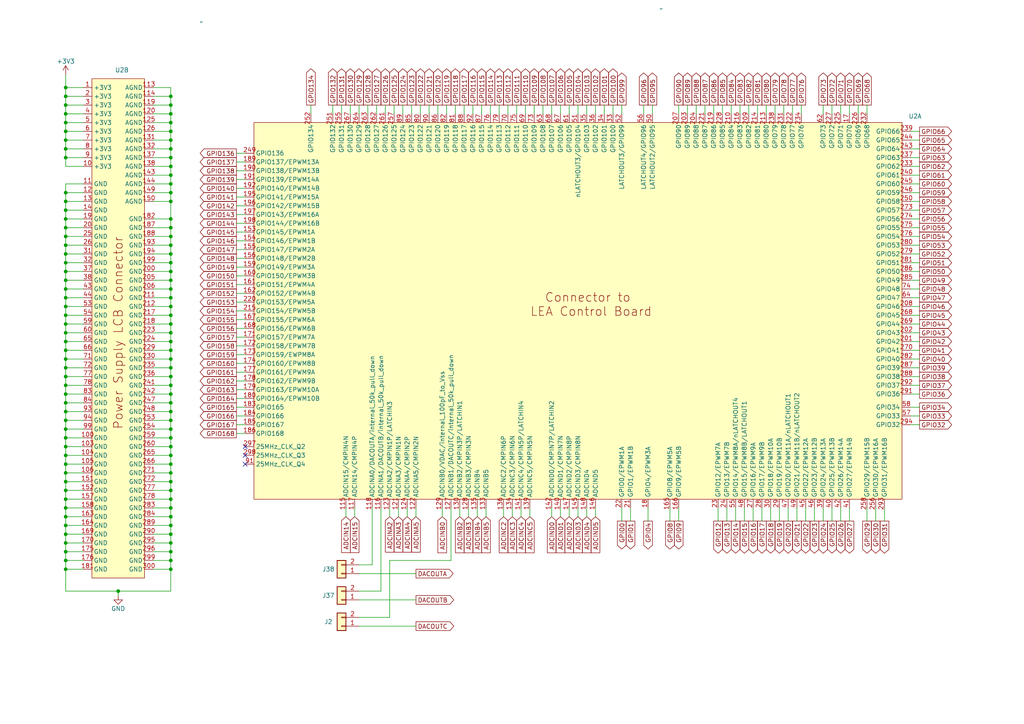
<source format=kicad_sch>
(kicad_sch (version 20230121) (generator eeschema)
  (paper "A4")
  (title_block (title "LCB-CTB-01: Test Board") (date "2024-02-28") (rev "1.0.0") (company "PADERBORN UNIVERSITY DEPARTMENT OF POWER ELECTRONICS AND ELECTRICAL DRIVES"))
  (junction (at 19.05 33.02))
  (junction (at 19.05 139.7))
  (junction (at 49.53 68.58))
  (junction (at 49.53 121.92))
  (junction (at 19.05 99.06))
  (junction (at 49.53 165.1))
  (junction (at 19.05 25.4))
  (junction (at 49.53 99.06))
  (junction (at 19.05 157.48))
  (junction (at 19.05 35.56))
  (junction (at 49.53 40.64))
  (junction (at 19.05 106.68))
  (junction (at 19.05 86.36))
  (junction (at 49.53 76.2))
  (junction (at 19.05 71.12))
  (junction (at 19.05 104.14))
  (junction (at 19.05 137.16))
  (junction (at 49.53 45.72))
  (junction (at 49.53 35.56))
  (junction (at 19.05 43.18))
  (junction (at 49.53 81.28))
  (junction (at 49.53 134.62))
  (junction (at 49.53 78.74))
  (junction (at 34.29 171.45))
  (junction (at 19.05 121.92))
  (junction (at 19.05 45.72))
  (junction (at 19.05 132.08))
  (junction (at 49.53 144.78))
  (junction (at 19.05 165.1))
  (junction (at 49.53 86.36))
  (junction (at 19.05 76.2))
  (junction (at 19.05 160.02))
  (junction (at 49.53 48.26))
  (junction (at 19.05 152.4))
  (junction (at 49.53 91.44))
  (junction (at 19.05 124.46))
  (junction (at 49.53 63.5))
  (junction (at 49.53 33.02))
  (junction (at 49.53 149.86))
  (junction (at 49.53 157.48))
  (junction (at 49.53 27.94))
  (junction (at 19.05 96.52))
  (junction (at 19.05 60.96))
  (junction (at 49.53 119.38))
  (junction (at 49.53 53.34))
  (junction (at 19.05 55.88))
  (junction (at 49.53 93.98))
  (junction (at 49.53 101.6))
  (junction (at 19.05 93.98))
  (junction (at 19.05 78.74))
  (junction (at 49.53 88.9))
  (junction (at 19.05 147.32))
  (junction (at 49.53 142.24))
  (junction (at 49.53 124.46))
  (junction (at 19.05 30.48))
  (junction (at 19.05 83.82))
  (junction (at 19.05 119.38))
  (junction (at 19.05 142.24))
  (junction (at 19.05 111.76))
  (junction (at 49.53 58.42))
  (junction (at 49.53 43.18))
  (junction (at 49.53 109.22))
  (junction (at 49.53 132.08))
  (junction (at 19.05 162.56))
  (junction (at 49.53 127))
  (junction (at 19.05 129.54))
  (junction (at 49.53 106.68))
  (junction (at 19.05 109.22))
  (junction (at 49.53 66.04))
  (junction (at 19.05 149.86))
  (junction (at 19.05 144.78))
  (junction (at 49.53 30.48))
  (junction (at 19.05 58.42))
  (junction (at 19.05 68.58))
  (junction (at 19.05 66.04))
  (junction (at 49.53 152.4))
  (junction (at 49.53 162.56))
  (junction (at 49.53 116.84))
  (junction (at 19.05 63.5))
  (junction (at 49.53 38.1))
  (junction (at 49.53 139.7))
  (junction (at 49.53 154.94))
  (junction (at 49.53 83.82))
  (junction (at 49.53 160.02))
  (junction (at 19.05 27.94))
  (junction (at 19.05 91.44))
  (junction (at 49.53 147.32))
  (junction (at 49.53 114.3))
  (junction (at 19.05 116.84))
  (junction (at 49.53 129.54))
  (junction (at 19.05 114.3))
  (junction (at 49.53 71.12))
  (junction (at 19.05 38.1))
  (junction (at 19.05 73.66))
  (junction (at 49.53 137.16))
  (junction (at 49.53 96.52))
  (junction (at 19.05 40.64))
  (junction (at 49.53 111.76))
  (junction (at 19.05 127))
  (junction (at 19.05 81.28))
  (junction (at 19.05 101.6))
  (junction (at 49.53 55.88))
  (junction (at 49.53 104.14))
  (junction (at 19.05 154.94))
  (junction (at 19.05 134.62))
  (junction (at 19.05 88.9))
  (junction (at 49.53 73.66))
  (junction (at 49.53 50.8))
  (no_connect (at 71.12 134.62))
  (no_connect (at 71.12 132.08))
  (no_connect (at 71.12 129.54))
  (wire (pts (xy 49.53 101.6) (xy 49.53 104.14)))
  (wire (pts (xy 243.84 30.48) (xy 243.84 33.02)))
  (wire (pts (xy 24.13 104.14) (xy 19.05 104.14)))
  (wire (pts (xy 24.13 119.38) (xy 19.05 119.38)))
  (wire (pts (xy 217.17 30.48) (xy 217.17 33.02)))
  (wire (pts (xy 44.45 147.32) (xy 49.53 147.32)))
  (wire (pts (xy 44.45 160.02) (xy 49.53 160.02)))
  (wire (pts (xy 68.58 100.33) (xy 71.12 100.33)))
  (wire (pts (xy 19.05 35.56) (xy 19.05 38.1)))
  (wire (pts (xy 44.45 88.9) (xy 49.53 88.9)))
  (wire (pts (xy 44.45 109.22) (xy 49.53 109.22)))
  (wire (pts (xy 187.96 147.32) (xy 187.96 151.13)))
  (wire (pts (xy 44.45 93.98) (xy 49.53 93.98)))
  (wire (pts (xy 44.45 144.78) (xy 49.53 144.78)))
  (wire (pts (xy 180.34 147.32) (xy 180.34 151.13)))
  (wire (pts (xy 114.3 30.48) (xy 114.3 33.02)))
  (wire (pts (xy 24.13 93.98) (xy 19.05 93.98)))
  (wire (pts (xy 49.53 157.48) (xy 49.53 160.02)))
  (wire (pts (xy 44.45 30.48) (xy 49.53 30.48)))
  (wire (pts (xy 44.45 68.58) (xy 49.53 68.58)))
  (wire (pts (xy 213.36 147.32) (xy 213.36 151.13)))
  (wire (pts (xy 19.05 55.88) (xy 19.05 58.42)))
  (wire (pts (xy 19.05 53.34) (xy 24.13 53.34)))
  (wire (pts (xy 19.05 99.06) (xy 19.05 101.6)))
  (wire (pts (xy 100.33 147.32) (xy 100.33 149.86)))
  (wire (pts (xy 264.16 76.2) (xy 266.7 76.2)))
  (wire (pts (xy 264.16 99.06) (xy 266.7 99.06)))
  (wire (pts (xy 24.13 116.84) (xy 19.05 116.84)))
  (wire (pts (xy 68.58 102.87) (xy 71.12 102.87)))
  (wire (pts (xy 222.25 30.48) (xy 222.25 33.02)))
  (wire (pts (xy 19.05 171.45) (xy 34.29 171.45)))
  (wire (pts (xy 137.16 30.48) (xy 137.16 33.02)))
  (wire (pts (xy 264.16 38.1) (xy 266.7 38.1)))
  (wire (pts (xy 44.45 35.56) (xy 49.53 35.56)))
  (wire (pts (xy 226.06 147.32) (xy 226.06 151.13)))
  (wire (pts (xy 152.4 30.48) (xy 152.4 33.02)))
  (wire (pts (xy 19.05 127) (xy 19.05 129.54)))
  (wire (pts (xy 264.16 53.34) (xy 266.7 53.34)))
  (wire (pts (xy 154.94 30.48) (xy 154.94 33.02)))
  (wire (pts (xy 229.87 30.48) (xy 229.87 33.02)))
  (wire (pts (xy 49.53 171.45) (xy 34.29 171.45)))
  (wire (pts (xy 19.05 38.1) (xy 19.05 40.64)))
  (wire (pts (xy 157.48 30.48) (xy 157.48 33.02)))
  (wire (pts (xy 24.13 96.52) (xy 19.05 96.52)))
  (wire (pts (xy 207.01 30.48) (xy 207.01 33.02)))
  (wire (pts (xy 49.53 35.56) (xy 49.53 38.1)))
  (wire (pts (xy 19.05 160.02) (xy 19.05 162.56)))
  (wire (pts (xy 49.53 137.16) (xy 49.53 139.7)))
  (wire (pts (xy 24.13 71.12) (xy 19.05 71.12)))
  (wire (pts (xy 49.53 48.26) (xy 49.53 50.8)))
  (wire (pts (xy 44.45 134.62) (xy 49.53 134.62)))
  (wire (pts (xy 44.45 43.18) (xy 49.53 43.18)))
  (wire (pts (xy 19.05 119.38) (xy 19.05 121.92)))
  (wire (pts (xy 24.13 106.68) (xy 19.05 106.68)))
  (wire (pts (xy 121.92 30.48) (xy 121.92 33.02)))
  (wire (pts (xy 24.13 86.36) (xy 19.05 86.36)))
  (wire (pts (xy 24.13 73.66) (xy 19.05 73.66)))
  (wire (pts (xy 19.05 114.3) (xy 19.05 116.84)))
  (wire (pts (xy 19.05 124.46) (xy 19.05 127)))
  (wire (pts (xy 264.16 71.12) (xy 266.7 71.12)))
  (wire (pts (xy 24.13 127) (xy 19.05 127)))
  (wire (pts (xy 19.05 109.22) (xy 19.05 111.76)))
  (wire (pts (xy 19.05 134.62) (xy 19.05 137.16)))
  (wire (pts (xy 44.45 99.06) (xy 49.53 99.06)))
  (wire (pts (xy 49.53 93.98) (xy 49.53 96.52)))
  (wire (pts (xy 264.16 86.36) (xy 266.7 86.36)))
  (wire (pts (xy 24.13 99.06) (xy 19.05 99.06)))
  (wire (pts (xy 201.93 30.48) (xy 201.93 33.02)))
  (wire (pts (xy 68.58 95.25) (xy 71.12 95.25)))
  (wire (pts (xy 24.13 162.56) (xy 19.05 162.56)))
  (wire (pts (xy 19.05 165.1) (xy 19.05 171.45)))
  (wire (pts (xy 19.05 43.18) (xy 19.05 45.72)))
  (wire (pts (xy 127 30.48) (xy 127 33.02)))
  (wire (pts (xy 90.17 30.48) (xy 90.17 33.02)))
  (wire (pts (xy 19.05 53.34) (xy 19.05 55.88)))
  (wire (pts (xy 106.68 30.48) (xy 106.68 33.02)))
  (wire (pts (xy 24.13 137.16) (xy 19.05 137.16)))
  (wire (pts (xy 264.16 60.96) (xy 266.7 60.96)))
  (wire (pts (xy 49.53 66.04) (xy 49.53 68.58)))
  (wire (pts (xy 153.67 147.32) (xy 153.67 149.86)))
  (wire (pts (xy 49.53 127) (xy 49.53 129.54)))
  (wire (pts (xy 44.45 154.94) (xy 49.53 154.94)))
  (wire (pts (xy 162.56 147.32) (xy 162.56 149.86)))
  (wire (pts (xy 102.87 147.32) (xy 102.87 149.86)))
  (wire (pts (xy 246.38 30.48) (xy 246.38 33.02)))
  (wire (pts (xy 167.64 147.32) (xy 167.64 149.86)))
  (wire (pts (xy 44.45 50.8) (xy 49.53 50.8)))
  (wire (pts (xy 49.53 38.1) (xy 49.53 40.64)))
  (wire (pts (xy 44.45 116.84) (xy 49.53 116.84)))
  (wire (pts (xy 24.13 35.56) (xy 19.05 35.56)))
  (wire (pts (xy 264.16 88.9) (xy 266.7 88.9)))
  (wire (pts (xy 196.85 147.32) (xy 196.85 151.13)))
  (wire (pts (xy 49.53 30.48) (xy 49.53 33.02)))
  (wire (pts (xy 149.86 30.48) (xy 149.86 33.02)))
  (wire (pts (xy 44.45 91.44) (xy 49.53 91.44)))
  (wire (pts (xy 251.46 30.48) (xy 251.46 33.02)))
  (wire (pts (xy 68.58 49.53) (xy 71.12 49.53)))
  (wire (pts (xy 19.05 68.58) (xy 19.05 71.12)))
  (wire (pts (xy 24.13 27.94) (xy 19.05 27.94)))
  (wire (pts (xy 110.49 171.45) (xy 104.14 171.45)))
  (wire (pts (xy 264.16 45.72) (xy 266.7 45.72)))
  (wire (pts (xy 49.53 119.38) (xy 49.53 121.92)))
  (wire (pts (xy 210.82 147.32) (xy 210.82 151.13)))
  (wire (pts (xy 49.53 109.22) (xy 49.53 111.76)))
  (wire (pts (xy 68.58 90.17) (xy 71.12 90.17)))
  (wire (pts (xy 49.53 63.5) (xy 49.53 66.04)))
  (wire (pts (xy 49.53 33.02) (xy 49.53 35.56)))
  (wire (pts (xy 19.05 30.48) (xy 19.05 33.02)))
  (wire (pts (xy 44.45 58.42) (xy 49.53 58.42)))
  (wire (pts (xy 49.53 86.36) (xy 49.53 88.9)))
  (wire (pts (xy 120.65 147.32) (xy 120.65 149.86)))
  (wire (pts (xy 223.52 147.32) (xy 223.52 151.13)))
  (wire (pts (xy 68.58 64.77) (xy 71.12 64.77)))
  (wire (pts (xy 264.16 68.58) (xy 266.7 68.58)))
  (wire (pts (xy 68.58 77.47) (xy 71.12 77.47)))
  (wire (pts (xy 236.22 147.32) (xy 236.22 151.13)))
  (wire (pts (xy 24.13 114.3) (xy 19.05 114.3)))
  (wire (pts (xy 124.46 30.48) (xy 124.46 33.02)))
  (wire (pts (xy 19.05 93.98) (xy 19.05 96.52)))
  (wire (pts (xy 49.53 106.68) (xy 49.53 109.22)))
  (wire (pts (xy 110.49 147.32) (xy 110.49 171.45)))
  (wire (pts (xy 264.16 73.66) (xy 266.7 73.66)))
  (wire (pts (xy 49.53 96.52) (xy 49.53 99.06)))
  (wire (pts (xy 44.45 63.5) (xy 49.53 63.5)))
  (wire (pts (xy 238.76 147.32) (xy 238.76 151.13)))
  (wire (pts (xy 19.05 137.16) (xy 19.05 139.7)))
  (wire (pts (xy 68.58 87.63) (xy 71.12 87.63)))
  (wire (pts (xy 68.58 52.07) (xy 71.12 52.07)))
  (wire (pts (xy 44.45 106.68) (xy 49.53 106.68)))
  (wire (pts (xy 264.16 43.18) (xy 266.7 43.18)))
  (wire (pts (xy 44.45 101.6) (xy 49.53 101.6)))
  (wire (pts (xy 264.16 91.44) (xy 266.7 91.44)))
  (wire (pts (xy 49.53 142.24) (xy 49.53 144.78)))
  (wire (pts (xy 109.22 30.48) (xy 109.22 33.02)))
  (wire (pts (xy 68.58 105.41) (xy 71.12 105.41)))
  (wire (pts (xy 49.53 121.92) (xy 49.53 124.46)))
  (wire (pts (xy 49.53 45.72) (xy 49.53 48.26)))
  (wire (pts (xy 68.58 59.69) (xy 71.12 59.69)))
  (wire (pts (xy 189.23 30.48) (xy 189.23 33.02)))
  (wire (pts (xy 165.1 147.32) (xy 165.1 149.86)))
  (wire (pts (xy 24.13 60.96) (xy 19.05 60.96)))
  (wire (pts (xy 243.84 147.32) (xy 243.84 151.13)))
  (wire (pts (xy 24.13 91.44) (xy 19.05 91.44)))
  (wire (pts (xy 49.53 50.8) (xy 49.53 53.34)))
  (wire (pts (xy 44.45 86.36) (xy 49.53 86.36)))
  (wire (pts (xy 49.53 88.9) (xy 49.53 91.44)))
  (wire (pts (xy 24.13 25.4) (xy 19.05 25.4)))
  (wire (pts (xy 49.53 162.56) (xy 49.53 165.1)))
  (wire (pts (xy 24.13 38.1) (xy 19.05 38.1)))
  (wire (pts (xy 49.53 43.18) (xy 49.53 45.72)))
  (wire (pts (xy 49.53 73.66) (xy 49.53 76.2)))
  (wire (pts (xy 19.05 149.86) (xy 19.05 152.4)))
  (wire (pts (xy 251.46 147.32) (xy 251.46 151.13)))
  (wire (pts (xy 44.45 76.2) (xy 49.53 76.2)))
  (wire (pts (xy 19.05 144.78) (xy 19.05 147.32)))
  (wire (pts (xy 264.16 118.11) (xy 266.7 118.11)))
  (wire (pts (xy 24.13 144.78) (xy 19.05 144.78)))
  (wire (pts (xy 19.05 121.92) (xy 19.05 124.46)))
  (wire (pts (xy 24.13 68.58) (xy 19.05 68.58)))
  (wire (pts (xy 148.59 147.32) (xy 148.59 149.86)))
  (wire (pts (xy 49.53 144.78) (xy 49.53 147.32)))
  (wire (pts (xy 68.58 46.99) (xy 71.12 46.99)))
  (wire (pts (xy 113.03 179.07) (xy 104.14 179.07)))
  (wire (pts (xy 49.53 68.58) (xy 49.53 71.12)))
  (wire (pts (xy 24.13 165.1) (xy 19.05 165.1)))
  (wire (pts (xy 44.45 96.52) (xy 49.53 96.52)))
  (wire (pts (xy 24.13 40.64) (xy 19.05 40.64)))
  (wire (pts (xy 49.53 116.84) (xy 49.53 119.38)))
  (wire (pts (xy 264.16 81.28) (xy 266.7 81.28)))
  (wire (pts (xy 44.45 78.74) (xy 49.53 78.74)))
  (wire (pts (xy 19.05 157.48) (xy 19.05 160.02)))
  (wire (pts (xy 215.9 147.32) (xy 215.9 151.13)))
  (wire (pts (xy 49.53 53.34) (xy 49.53 55.88)))
  (wire (pts (xy 19.05 101.6) (xy 19.05 104.14)))
  (wire (pts (xy 241.3 30.48) (xy 241.3 33.02)))
  (wire (pts (xy 19.05 88.9) (xy 19.05 91.44)))
  (wire (pts (xy 135.89 147.32) (xy 135.89 149.86)))
  (wire (pts (xy 24.13 48.26) (xy 19.05 48.26)))
  (wire (pts (xy 24.13 121.92) (xy 19.05 121.92)))
  (wire (pts (xy 199.39 30.48) (xy 199.39 33.02)))
  (wire (pts (xy 19.05 40.64) (xy 19.05 43.18)))
  (wire (pts (xy 19.05 66.04) (xy 19.05 68.58)))
  (wire (pts (xy 140.97 147.32) (xy 140.97 149.86)))
  (wire (pts (xy 34.29 172.72) (xy 34.29 171.45)))
  (wire (pts (xy 19.05 25.4) (xy 19.05 27.94)))
  (wire (pts (xy 44.45 33.02) (xy 49.53 33.02)))
  (wire (pts (xy 49.53 165.1) (xy 49.53 171.45)))
  (wire (pts (xy 19.05 76.2) (xy 19.05 78.74)))
  (wire (pts (xy 241.3 147.32) (xy 241.3 151.13)))
  (wire (pts (xy 44.45 129.54) (xy 49.53 129.54)))
  (wire (pts (xy 49.53 99.06) (xy 49.53 101.6)))
  (wire (pts (xy 233.68 147.32) (xy 233.68 151.13)))
  (wire (pts (xy 49.53 160.02) (xy 49.53 162.56)))
  (wire (pts (xy 246.38 147.32) (xy 246.38 151.13)))
  (wire (pts (xy 196.85 30.48) (xy 196.85 33.02)))
  (wire (pts (xy 119.38 30.48) (xy 119.38 33.02)))
  (wire (pts (xy 264.16 40.64) (xy 266.7 40.64)))
  (wire (pts (xy 19.05 139.7) (xy 19.05 142.24)))
  (wire (pts (xy 24.13 81.28) (xy 19.05 81.28)))
  (wire (pts (xy 19.05 104.14) (xy 19.05 106.68)))
  (wire (pts (xy 49.53 40.64) (xy 49.53 43.18)))
  (wire (pts (xy 49.53 139.7) (xy 49.53 142.24)))
  (wire (pts (xy 49.53 83.82) (xy 49.53 86.36)))
  (wire (pts (xy 19.05 21.59) (xy 19.05 25.4)))
  (wire (pts (xy 44.45 38.1) (xy 49.53 38.1)))
  (wire (pts (xy 208.28 147.32) (xy 208.28 151.13)))
  (wire (pts (xy 68.58 115.57) (xy 71.12 115.57)))
  (wire (pts (xy 165.1 30.48) (xy 165.1 33.02)))
  (wire (pts (xy 118.11 147.32) (xy 118.11 149.86)))
  (wire (pts (xy 146.05 147.32) (xy 146.05 149.86)))
  (wire (pts (xy 115.57 147.32) (xy 115.57 149.86)))
  (wire (pts (xy 264.16 58.42) (xy 266.7 58.42)))
  (wire (pts (xy 128.27 147.32) (xy 128.27 149.86)))
  (wire (pts (xy 160.02 147.32) (xy 160.02 149.86)))
  (wire (pts (xy 44.45 132.08) (xy 49.53 132.08)))
  (wire (pts (xy 231.14 147.32) (xy 231.14 151.13)))
  (wire (pts (xy 264.16 48.26) (xy 266.7 48.26)))
  (wire (pts (xy 49.53 91.44) (xy 49.53 93.98)))
  (wire (pts (xy 101.6 30.48) (xy 101.6 33.02)))
  (wire (pts (xy 139.7 30.48) (xy 139.7 33.02)))
  (wire (pts (xy 44.45 83.82) (xy 49.53 83.82)))
  (wire (pts (xy 113.03 162.56) (xy 130.81 162.56)))
  (wire (pts (xy 44.45 66.04) (xy 49.53 66.04)))
  (wire (pts (xy 144.78 30.48) (xy 144.78 33.02)))
  (wire (pts (xy 264.16 55.88) (xy 266.7 55.88)))
  (wire (pts (xy 19.05 111.76) (xy 19.05 114.3)))
  (wire (pts (xy 44.45 165.1) (xy 49.53 165.1)))
  (wire (pts (xy 44.45 71.12) (xy 49.53 71.12)))
  (wire (pts (xy 19.05 27.94) (xy 19.05 30.48)))
  (wire (pts (xy 264.16 78.74) (xy 266.7 78.74)))
  (wire (pts (xy 99.06 30.48) (xy 99.06 33.02)))
  (wire (pts (xy 44.45 162.56) (xy 49.53 162.56)))
  (wire (pts (xy 167.64 30.48) (xy 167.64 33.02)))
  (wire (pts (xy 49.53 152.4) (xy 49.53 154.94)))
  (wire (pts (xy 264.16 83.82) (xy 266.7 83.82)))
  (wire (pts (xy 44.45 142.24) (xy 49.53 142.24)))
  (wire (pts (xy 19.05 81.28) (xy 19.05 83.82)))
  (wire (pts (xy 264.16 111.76) (xy 266.7 111.76)))
  (wire (pts (xy 68.58 110.49) (xy 71.12 110.49)))
  (wire (pts (xy 224.79 30.48) (xy 224.79 33.02)))
  (wire (pts (xy 49.53 111.76) (xy 49.53 114.3)))
  (wire (pts (xy 49.53 81.28) (xy 49.53 83.82)))
  (wire (pts (xy 134.62 30.48) (xy 134.62 33.02)))
  (wire (pts (xy 24.13 157.48) (xy 19.05 157.48)))
  (wire (pts (xy 49.53 147.32) (xy 49.53 149.86)))
  (wire (pts (xy 49.53 114.3) (xy 49.53 116.84)))
  (wire (pts (xy 264.16 50.8) (xy 266.7 50.8)))
  (wire (pts (xy 130.81 162.56) (xy 130.81 147.32)))
  (wire (pts (xy 49.53 58.42) (xy 49.53 63.5)))
  (wire (pts (xy 194.31 147.32) (xy 194.31 151.13)))
  (wire (pts (xy 24.13 160.02) (xy 19.05 160.02)))
  (wire (pts (xy 264.16 63.5) (xy 266.7 63.5)))
  (wire (pts (xy 133.35 147.32) (xy 133.35 149.86)))
  (wire (pts (xy 264.16 66.04) (xy 266.7 66.04)))
  (wire (pts (xy 209.55 30.48) (xy 209.55 33.02)))
  (wire (pts (xy 49.53 149.86) (xy 49.53 152.4)))
  (wire (pts (xy 68.58 69.85) (xy 71.12 69.85)))
  (wire (pts (xy 19.05 116.84) (xy 19.05 119.38)))
  (wire (pts (xy 219.71 30.48) (xy 219.71 33.02)))
  (wire (pts (xy 19.05 58.42) (xy 19.05 60.96)))
  (wire (pts (xy 19.05 63.5) (xy 19.05 66.04)))
  (wire (pts (xy 24.13 139.7) (xy 19.05 139.7)))
  (wire (pts (xy 68.58 57.15) (xy 71.12 57.15)))
  (wire (pts (xy 104.14 30.48) (xy 104.14 33.02)))
  (wire (pts (xy 177.8 30.48) (xy 177.8 33.02)))
  (wire (pts (xy 19.05 129.54) (xy 19.05 132.08)))
  (wire (pts (xy 129.54 30.48) (xy 129.54 33.02)))
  (wire (pts (xy 186.69 30.48) (xy 186.69 33.02)))
  (wire (pts (xy 44.45 124.46) (xy 49.53 124.46)))
  (wire (pts (xy 49.53 124.46) (xy 49.53 127)))
  (wire (pts (xy 24.13 78.74) (xy 19.05 78.74)))
  (wire (pts (xy 264.16 104.14) (xy 266.7 104.14)))
  (wire (pts (xy 24.13 88.9) (xy 19.05 88.9)))
  (wire (pts (xy 180.34 30.48) (xy 180.34 33.02)))
  (wire (pts (xy 24.13 134.62) (xy 19.05 134.62)))
  (wire (pts (xy 44.45 119.38) (xy 49.53 119.38)))
  (wire (pts (xy 24.13 111.76) (xy 19.05 111.76)))
  (wire (pts (xy 24.13 129.54) (xy 19.05 129.54)))
  (wire (pts (xy 204.47 30.48) (xy 204.47 33.02)))
  (wire (pts (xy 264.16 93.98) (xy 266.7 93.98)))
  (wire (pts (xy 256.54 147.32) (xy 256.54 151.13)))
  (wire (pts (xy 254 147.32) (xy 254 151.13)))
  (wire (pts (xy 24.13 101.6) (xy 19.05 101.6)))
  (wire (pts (xy 68.58 113.03) (xy 71.12 113.03)))
  (wire (pts (xy 44.45 55.88) (xy 49.53 55.88)))
  (wire (pts (xy 19.05 55.88) (xy 24.13 55.88)))
  (wire (pts (xy 68.58 107.95) (xy 71.12 107.95)))
  (wire (pts (xy 68.58 74.93) (xy 71.12 74.93)))
  (wire (pts (xy 19.05 71.12) (xy 19.05 73.66)))
  (wire (pts (xy 19.05 154.94) (xy 19.05 157.48)))
  (wire (pts (xy 116.84 30.48) (xy 116.84 33.02)))
  (wire (pts (xy 107.95 163.83) (xy 104.14 163.83)))
  (wire (pts (xy 24.13 154.94) (xy 19.05 154.94)))
  (wire (pts (xy 44.45 27.94) (xy 49.53 27.94)))
  (wire (pts (xy 170.18 147.32) (xy 170.18 149.86)))
  (wire (pts (xy 44.45 149.86) (xy 49.53 149.86)))
  (wire (pts (xy 24.13 58.42) (xy 19.05 58.42)))
  (wire (pts (xy 68.58 85.09) (xy 71.12 85.09)))
  (wire (pts (xy 68.58 62.23) (xy 71.12 62.23)))
  (wire (pts (xy 44.45 73.66) (xy 49.53 73.66)))
  (wire (pts (xy 44.45 53.34) (xy 49.53 53.34)))
  (wire (pts (xy 172.72 30.48) (xy 172.72 33.02)))
  (wire (pts (xy 19.05 86.36) (xy 19.05 88.9)))
  (wire (pts (xy 44.45 121.92) (xy 49.53 121.92)))
  (wire (pts (xy 68.58 92.71) (xy 71.12 92.71)))
  (wire (pts (xy 49.53 27.94) (xy 49.53 30.48)))
  (wire (pts (xy 24.13 83.82) (xy 19.05 83.82)))
  (wire (pts (xy 175.26 30.48) (xy 175.26 33.02)))
  (wire (pts (xy 49.53 104.14) (xy 49.53 106.68)))
  (wire (pts (xy 44.45 45.72) (xy 49.53 45.72)))
  (wire (pts (xy 49.53 25.4) (xy 49.53 27.94)))
  (wire (pts (xy 96.52 30.48) (xy 96.52 33.02)))
  (wire (pts (xy 120.65 166.37) (xy 104.14 166.37)))
  (wire (pts (xy 107.95 147.32) (xy 107.95 163.83)))
  (wire (pts (xy 24.13 132.08) (xy 19.05 132.08)))
  (wire (pts (xy 182.88 147.32) (xy 182.88 151.13)))
  (wire (pts (xy 172.72 147.32) (xy 172.72 149.86)))
  (wire (pts (xy 44.45 127) (xy 49.53 127)))
  (wire (pts (xy 19.05 96.52) (xy 19.05 99.06)))
  (wire (pts (xy 44.45 81.28) (xy 49.53 81.28)))
  (wire (pts (xy 142.24 30.48) (xy 142.24 33.02)))
  (wire (pts (xy 44.45 40.64) (xy 49.53 40.64)))
  (wire (pts (xy 227.33 30.48) (xy 227.33 33.02)))
  (wire (pts (xy 238.76 30.48) (xy 238.76 33.02)))
  (wire (pts (xy 49.53 78.74) (xy 49.53 81.28)))
  (wire (pts (xy 214.63 30.48) (xy 214.63 33.02)))
  (wire (pts (xy 162.56 30.48) (xy 162.56 33.02)))
  (wire (pts (xy 24.13 149.86) (xy 19.05 149.86)))
  (wire (pts (xy 19.05 142.24) (xy 19.05 144.78)))
  (wire (pts (xy 151.13 147.32) (xy 151.13 149.86)))
  (wire (pts (xy 19.05 106.68) (xy 19.05 109.22)))
  (wire (pts (xy 68.58 72.39) (xy 71.12 72.39)))
  (wire (pts (xy 49.53 132.08) (xy 49.53 134.62)))
  (wire (pts (xy 44.45 137.16) (xy 49.53 137.16)))
  (wire (pts (xy 24.13 30.48) (xy 19.05 30.48)))
  (wire (pts (xy 248.92 30.48) (xy 248.92 33.02)))
  (wire (pts (xy 19.05 78.74) (xy 19.05 81.28)))
  (wire (pts (xy 160.02 30.48) (xy 160.02 33.02)))
  (wire (pts (xy 264.16 96.52) (xy 266.7 96.52)))
  (wire (pts (xy 49.53 76.2) (xy 49.53 78.74)))
  (wire (pts (xy 44.45 157.48) (xy 49.53 157.48)))
  (wire (pts (xy 68.58 118.11) (xy 71.12 118.11)))
  (wire (pts (xy 19.05 48.26) (xy 19.05 45.72)))
  (wire (pts (xy 68.58 82.55) (xy 71.12 82.55)))
  (wire (pts (xy 24.13 45.72) (xy 19.05 45.72)))
  (wire (pts (xy 24.13 76.2) (xy 19.05 76.2)))
  (wire (pts (xy 104.14 181.61) (xy 120.65 181.61)))
  (wire (pts (xy 220.98 147.32) (xy 220.98 151.13)))
  (wire (pts (xy 44.45 25.4) (xy 49.53 25.4)))
  (wire (pts (xy 19.05 132.08) (xy 19.05 134.62)))
  (wire (pts (xy 19.05 73.66) (xy 19.05 76.2)))
  (wire (pts (xy 113.03 162.56) (xy 113.03 179.07)))
  (wire (pts (xy 170.18 30.48) (xy 170.18 33.02)))
  (wire (pts (xy 218.44 147.32) (xy 218.44 151.13)))
  (wire (pts (xy 111.76 30.48) (xy 111.76 33.02)))
  (wire (pts (xy 68.58 67.31) (xy 71.12 67.31)))
  (wire (pts (xy 24.13 142.24) (xy 19.05 142.24)))
  (wire (pts (xy 68.58 97.79) (xy 71.12 97.79)))
  (wire (pts (xy 19.05 152.4) (xy 19.05 154.94)))
  (wire (pts (xy 49.53 154.94) (xy 49.53 157.48)))
  (wire (pts (xy 24.13 63.5) (xy 19.05 63.5)))
  (wire (pts (xy 44.45 104.14) (xy 49.53 104.14)))
  (wire (pts (xy 19.05 83.82) (xy 19.05 86.36)))
  (wire (pts (xy 19.05 147.32) (xy 19.05 149.86)))
  (wire (pts (xy 264.16 109.22) (xy 266.7 109.22)))
  (wire (pts (xy 68.58 123.19) (xy 71.12 123.19)))
  (wire (pts (xy 19.05 91.44) (xy 19.05 93.98)))
  (wire (pts (xy 24.13 33.02) (xy 19.05 33.02)))
  (wire (pts (xy 24.13 109.22) (xy 19.05 109.22)))
  (wire (pts (xy 49.53 134.62) (xy 49.53 137.16)))
  (wire (pts (xy 24.13 152.4) (xy 19.05 152.4)))
  (wire (pts (xy 132.08 30.48) (xy 132.08 33.02)))
  (wire (pts (xy 264.16 123.19) (xy 266.7 123.19)))
  (wire (pts (xy 44.45 152.4) (xy 49.53 152.4)))
  (wire (pts (xy 44.45 114.3) (xy 49.53 114.3)))
  (wire (pts (xy 104.14 173.99) (xy 120.65 173.99)))
  (wire (pts (xy 24.13 147.32) (xy 19.05 147.32)))
  (wire (pts (xy 44.45 139.7) (xy 49.53 139.7)))
  (wire (pts (xy 19.05 60.96) (xy 19.05 63.5)))
  (wire (pts (xy 68.58 54.61) (xy 71.12 54.61)))
  (wire (pts (xy 49.53 71.12) (xy 49.53 73.66)))
  (wire (pts (xy 147.32 30.48) (xy 147.32 33.02)))
  (wire (pts (xy 264.16 106.68) (xy 266.7 106.68)))
  (wire (pts (xy 68.58 120.65) (xy 71.12 120.65)))
  (wire (pts (xy 264.16 101.6) (xy 266.7 101.6)))
  (wire (pts (xy 44.45 111.76) (xy 49.53 111.76)))
  (wire (pts (xy 68.58 44.45) (xy 71.12 44.45)))
  (wire (pts (xy 24.13 43.18) (xy 19.05 43.18)))
  (wire (pts (xy 264.16 114.3) (xy 266.7 114.3)))
  (wire (pts (xy 68.58 80.01) (xy 71.12 80.01)))
  (wire (pts (xy 49.53 129.54) (xy 49.53 132.08)))
  (wire (pts (xy 212.09 30.48) (xy 212.09 33.02)))
  (wire (pts (xy 68.58 125.73) (xy 71.12 125.73)))
  (wire (pts (xy 49.53 55.88) (xy 49.53 58.42)))
  (wire (pts (xy 24.13 66.04) (xy 19.05 66.04)))
  (wire (pts (xy 19.05 33.02) (xy 19.05 35.56)))
  (wire (pts (xy 44.45 48.26) (xy 49.53 48.26)))
  (wire (pts (xy 264.16 120.65) (xy 266.7 120.65)))
  (wire (pts (xy 113.03 147.32) (xy 113.03 149.86)))
  (wire (pts (xy 138.43 147.32) (xy 138.43 149.86)))
  (wire (pts (xy 228.6 147.32) (xy 228.6 151.13)))
  (wire (pts (xy 19.05 162.56) (xy 19.05 165.1)))
  (wire (pts (xy 232.41 30.48) (xy 232.41 33.02)))
  (wire (pts (xy 24.13 124.46) (xy 19.05 124.46)))
  (global_label "GPIO73" (shape output) (at 238.76 30.48 90) (property "Intersheetrefs" "${INTERSHEET_REFS}" (effects hide)))
  (global_label "GPIO110" (shape output) (at 152.4 30.48 90) (property "Intersheetrefs" "${INTERSHEET_REFS}" (effects hide)))
  (global_label "GPIO137" (shape output) (at 68.58 46.99 180) (property "Intersheetrefs" "${INTERSHEET_REFS}" (effects hide)))
  (global_label "GPIO165" (shape output) (at 68.58 118.11 180) (property "Intersheetrefs" "${INTERSHEET_REFS}" (effects hide)))
  (global_label "GPIO0" (shape output) (at 180.34 151.13 270) (property "Intersheetrefs" "${INTERSHEET_REFS}" (effects hide)))
  (global_label "GPIO59" (shape output) (at 266.7 55.88 0) (property "Intersheetrefs" "${INTERSHEET_REFS}" (effects hide)))
  (global_label "ADCIND2" (shape input) (at 165.1 149.86 270) (property "Intersheetrefs" "${INTERSHEET_REFS}" (effects hide)))
  (global_label "ADCIND4" (shape input) (at 170.18 149.86 270) (property "Intersheetrefs" "${INTERSHEET_REFS}" (effects hide)))
  (global_label "GPIO145" (shape output) (at 68.58 67.31 180) (property "Intersheetrefs" "${INTERSHEET_REFS}" (effects hide)))
  (global_label "GPIO52" (shape output) (at 266.7 73.66 0) (property "Intersheetrefs" "${INTERSHEET_REFS}" (effects hide)))
  (global_label "GPIO14" (shape output) (at 213.36 151.13 270) (property "Intersheetrefs" "${INTERSHEET_REFS}" (effects hide)))
  (global_label "GPIO109" (shape output) (at 154.94 30.48 90) (property "Intersheetrefs" "${INTERSHEET_REFS}" (effects hide)))
  (global_label "GPIO48" (shape output) (at 266.7 83.82 0) (property "Intersheetrefs" "${INTERSHEET_REFS}" (effects hide)))
  (global_label "GPIO105" (shape output) (at 165.1 30.48 90) (property "Intersheetrefs" "${INTERSHEET_REFS}" (effects hide)))
  (global_label "GPIO115" (shape output) (at 139.7 30.48 90) (property "Intersheetrefs" "${INTERSHEET_REFS}" (effects hide)))
  (global_label "GPIO65" (shape output) (at 266.7 40.64 0) (property "Intersheetrefs" "${INTERSHEET_REFS}" (effects hide)))
  (global_label "GPIO72" (shape output) (at 241.3 30.48 90) (property "Intersheetrefs" "${INTERSHEET_REFS}" (effects hide)))
  (global_label "GPIO90" (shape output) (at 196.85 30.48 90) (property "Intersheetrefs" "${INTERSHEET_REFS}" (effects hide)))
  (global_label "GPIO146" (shape output) (at 68.58 69.85 180) (property "Intersheetrefs" "${INTERSHEET_REFS}" (effects hide)))
  (global_label "GPIO104" (shape output) (at 167.64 30.48 90) (property "Intersheetrefs" "${INTERSHEET_REFS}" (effects hide)))
  (global_label "GPIO15" (shape output) (at 215.9 151.13 270) (property "Intersheetrefs" "${INTERSHEET_REFS}" (effects hide)))
  (global_label "ADCINB5" (shape input) (at 140.97 149.86 270) (property "Intersheetrefs" "${INTERSHEET_REFS}" (effects hide)))
  (global_label "ADCINB0" (shape input) (at 128.27 149.86 270) (property "Intersheetrefs" "${INTERSHEET_REFS}" (effects hide)))
  (global_label "GPIO70" (shape output) (at 246.38 30.48 90) (property "Intersheetrefs" "${INTERSHEET_REFS}" (effects hide)))
  (global_label "GPIO34" (shape output) (at 266.7 118.11 0) (property "Intersheetrefs" "${INTERSHEET_REFS}" (effects hide)))
  (global_label "GPIO120" (shape output) (at 127 30.48 90) (property "Intersheetrefs" "${INTERSHEET_REFS}" (effects hide)))
  (global_label "GPIO103" (shape output) (at 170.18 30.48 90) (property "Intersheetrefs" "${INTERSHEET_REFS}" (effects hide)))
  (global_label "GPIO18" (shape output) (at 223.52 151.13 270) (property "Intersheetrefs" "${INTERSHEET_REFS}" (effects hide)))
  (global_label "GPIO87" (shape output) (at 204.47 30.48 90) (property "Intersheetrefs" "${INTERSHEET_REFS}" (effects hide)))
  (global_label "GPIO82" (shape output) (at 217.17 30.48 90) (property "Intersheetrefs" "${INTERSHEET_REFS}" (effects hide)))
  (global_label "GPIO64" (shape output) (at 266.7 43.18 0) (property "Intersheetrefs" "${INTERSHEET_REFS}" (effects hide)))
  (global_label "GPIO167" (shape output) (at 68.58 123.19 180) (property "Intersheetrefs" "${INTERSHEET_REFS}" (effects hide)))
  (global_label "ADCIND1" (shape input) (at 162.56 149.86 270) (property "Intersheetrefs" "${INTERSHEET_REFS}" (effects hide)))
  (global_label "GPIO111" (shape output) (at 149.86 30.48 90) (property "Intersheetrefs" "${INTERSHEET_REFS}" (effects hide)))
  (global_label "GPIO142" (shape output) (at 68.58 59.69 180) (property "Intersheetrefs" "${INTERSHEET_REFS}" (effects hide)))
  (global_label "GPIO78" (shape output) (at 227.33 30.48 90) (property "Intersheetrefs" "${INTERSHEET_REFS}" (effects hide)))
  (global_label "GPIO38" (shape output) (at 266.7 109.22 0) (property "Intersheetrefs" "${INTERSHEET_REFS}" (effects hide)))
  (global_label "ADCINC4" (shape input) (at 151.13 149.86 270) (property "Intersheetrefs" "${INTERSHEET_REFS}" (effects hide)))
  (global_label "GPIO81" (shape output) (at 219.71 30.48 90) (property "Intersheetrefs" "${INTERSHEET_REFS}" (effects hide)))
  (global_label "GPIO141" (shape output) (at 68.58 57.15 180) (property "Intersheetrefs" "${INTERSHEET_REFS}" (effects hide)))
  (global_label "GPIO45" (shape output) (at 266.7 91.44 0) (property "Intersheetrefs" "${INTERSHEET_REFS}" (effects hide)))
  (global_label "GPIO30" (shape output) (at 254 151.13 270) (property "Intersheetrefs" "${INTERSHEET_REFS}" (effects hide)))
  (global_label "GPIO62" (shape output) (at 266.7 48.26 0) (property "Intersheetrefs" "${INTERSHEET_REFS}" (effects hide)))
  (global_label "GPIO29" (shape output) (at 251.46 151.13 270) (property "Intersheetrefs" "${INTERSHEET_REFS}" (effects hide)))
  (global_label "GPIO134" (shape output) (at 90.17 30.48 90) (property "Intersheetrefs" "${INTERSHEET_REFS}" (effects hide)))
  (global_label "GPIO159" (shape output) (at 68.58 102.87 180) (property "Intersheetrefs" "${INTERSHEET_REFS}" (effects hide)))
  (global_label "GPIO21" (shape output) (at 231.14 151.13 270) (property "Intersheetrefs" "${INTERSHEET_REFS}" (effects hide)))
  (global_label "GPIO43" (shape output) (at 266.7 96.52 0) (property "Intersheetrefs" "${INTERSHEET_REFS}" (effects hide)))
  (global_label "GPIO147" (shape output) (at 68.58 72.39 180) (property "Intersheetrefs" "${INTERSHEET_REFS}" (effects hide)))
  (global_label "GPIO143" (shape output) (at 68.58 62.23 180) (property "Intersheetrefs" "${INTERSHEET_REFS}" (effects hide)))
  (global_label "ADCIND0" (shape input) (at 160.02 149.86 270) (property "Intersheetrefs" "${INTERSHEET_REFS}" (effects hide)))
  (global_label "GPIO89" (shape output) (at 199.39 30.48 90) (property "Intersheetrefs" "${INTERSHEET_REFS}" (effects hide)))
  (global_label "GPIO58" (shape output) (at 266.7 58.42 0) (property "Intersheetrefs" "${INTERSHEET_REFS}" (effects hide)))
  (global_label "GPIO114" (shape output) (at 142.24 30.48 90) (property "Intersheetrefs" "${INTERSHEET_REFS}" (effects hide)))
  (global_label "GPIO140" (shape output) (at 68.58 54.61 180) (property "Intersheetrefs" "${INTERSHEET_REFS}" (effects hide)))
  (global_label "GPIO42" (shape output) (at 266.7 99.06 0) (property "Intersheetrefs" "${INTERSHEET_REFS}" (effects hide)))
  (global_label "GPIO20" (shape output) (at 228.6 151.13 270) (property "Intersheetrefs" "${INTERSHEET_REFS}" (effects hide)))
  (global_label "GPIO118" (shape output) (at 132.08 30.48 90) (property "Intersheetrefs" "${INTERSHEET_REFS}" (effects hide)))
  (global_label "GPIO139" (shape output) (at 68.58 52.07 180) (property "Intersheetrefs" "${INTERSHEET_REFS}" (effects hide)))
  (global_label "GPIO44" (shape output) (at 266.7 93.98 0) (property "Intersheetrefs" "${INTERSHEET_REFS}" (effects hide)))
  (global_label "GPIO51" (shape output) (at 266.7 76.2 0) (property "Intersheetrefs" "${INTERSHEET_REFS}" (effects hide)))
  (global_label "GPIO162" (shape output) (at 68.58 110.49 180) (property "Intersheetrefs" "${INTERSHEET_REFS}" (effects hide)))
  (global_label "GPIO69" (shape output) (at 248.92 30.48 90) (property "Intersheetrefs" "${INTERSHEET_REFS}" (effects hide)))
  (global_label "GPIO138" (shape output) (at 68.58 49.53 180) (property "Intersheetrefs" "${INTERSHEET_REFS}" (effects hide)))
  (global_label "GPIO83" (shape output) (at 214.63 30.48 90) (property "Intersheetrefs" "${INTERSHEET_REFS}" (effects hide)))
  (global_label "GPIO101" (shape output) (at 175.26 30.48 90) (property "Intersheetrefs" "${INTERSHEET_REFS}" (effects hide)))
  (global_label "GPIO39" (shape output) (at 266.7 106.68 0) (property "Intersheetrefs" "${INTERSHEET_REFS}" (effects hide)))
  (global_label "ADCIN15" (shape input) (at 102.87 149.86 270) (property "Intersheetrefs" "${INTERSHEET_REFS}" (effects hide)))
  (global_label "ADCINC5" (shape input) (at 153.67 149.86 270) (property "Intersheetrefs" "${INTERSHEET_REFS}" (effects hide)))
  (global_label "GPIO46" (shape output) (at 266.7 88.9 0) (property "Intersheetrefs" "${INTERSHEET_REFS}" (effects hide)))
  (global_label "GPIO117" (shape output) (at 134.62 30.48 90) (property "Intersheetrefs" "${INTERSHEET_REFS}" (effects hide)))
  (global_label "GPIO125" (shape output) (at 114.3 30.48 90) (property "Intersheetrefs" "${INTERSHEET_REFS}" (effects hide)))
  (global_label "GPIO168" (shape output) (at 68.58 125.73 180) (property "Intersheetrefs" "${INTERSHEET_REFS}" (effects hide)))
  (global_label "GPIO53" (shape output) (at 266.7 71.12 0) (property "Intersheetrefs" "${INTERSHEET_REFS}" (effects hide)))
  (global_label "GPIO124" (shape output) (at 116.84 30.48 90) (property "Intersheetrefs" "${INTERSHEET_REFS}" (effects hide)))
  (global_label "GPIO144" (shape output) (at 68.58 64.77 180) (property "Intersheetrefs" "${INTERSHEET_REFS}" (effects hide)))
  (global_label "GPIO37" (shape output) (at 266.7 111.76 0) (property "Intersheetrefs" "${INTERSHEET_REFS}" (effects hide)))
  (global_label "GPIO119" (shape output) (at 129.54 30.48 90) (property "Intersheetrefs" "${INTERSHEET_REFS}" (effects hide)))
  (global_label "ADCIN14" (shape input) (at 100.33 149.86 270) (property "Intersheetrefs" "${INTERSHEET_REFS}" (effects hide)))
  (global_label "GPIO158" (shape output) (at 68.58 100.33 180) (property "Intersheetrefs" "${INTERSHEET_REFS}" (effects hide)))
  (global_label "GPIO108" (shape output) (at 157.48 30.48 90) (property "Intersheetrefs" "${INTERSHEET_REFS}" (effects hide)))
  (global_label "ADCINA3" (shape input) (at 115.57 149.86 270) (property "Intersheetrefs" "${INTERSHEET_REFS}" (effects hide)))
  (global_label "GPIO71" (shape output) (at 243.84 30.48 90) (property "Intersheetrefs" "${INTERSHEET_REFS}" (effects hide)))
  (global_label "GPIO148" (shape output) (at 68.58 74.93 180) (property "Intersheetrefs" "${INTERSHEET_REFS}" (effects hide)))
  (global_label "GPIO122" (shape output) (at 121.92 30.48 90) (property "Intersheetrefs" "${INTERSHEET_REFS}" (effects hide)))
  (global_label "GPIO157" (shape output) (at 68.58 97.79 180) (property "Intersheetrefs" "${INTERSHEET_REFS}" (effects hide)))
  (global_label "GPIO54" (shape output) (at 266.7 68.58 0) (property "Intersheetrefs" "${INTERSHEET_REFS}" (effects hide)))
  (global_label "DACOUTC" (shape output) (at 120.65 181.61 0) (property "Intersheetrefs" "${INTERSHEET_REFS}" (effects hide)))
  (global_label "GPIO27" (shape output) (at 246.38 151.13 270) (property "Intersheetrefs" "${INTERSHEET_REFS}" (effects hide)))
  (global_label "GPIO50" (shape output) (at 266.7 78.74 0) (property "Intersheetrefs" "${INTERSHEET_REFS}" (effects hide)))
  (global_label "GPIO66" (shape output) (at 266.7 38.1 0) (property "Intersheetrefs" "${INTERSHEET_REFS}" (effects hide)))
  (global_label "GPIO60" (shape output) (at 266.7 53.34 0) (property "Intersheetrefs" "${INTERSHEET_REFS}" (effects hide)))
  (global_label "GPIO107" (shape output) (at 160.02 30.48 90) (property "Intersheetrefs" "${INTERSHEET_REFS}" (effects hide)))
  (global_label "GPIO19" (shape output) (at 226.06 151.13 270) (property "Intersheetrefs" "${INTERSHEET_REFS}" (effects hide)))
  (global_label "GPIO164" (shape output) (at 68.58 115.57 180) (property "Intersheetrefs" "${INTERSHEET_REFS}" (effects hide)))
  (global_label "GPIO113" (shape output) (at 144.78 30.48 90) (property "Intersheetrefs" "${INTERSHEET_REFS}" (effects hide)))
  (global_label "GPIO63" (shape output) (at 266.7 45.72 0) (property "Intersheetrefs" "${INTERSHEET_REFS}" (effects hide)))
  (global_label "GPIO33" (shape output) (at 266.7 120.65 0) (property "Intersheetrefs" "${INTERSHEET_REFS}" (effects hide)))
  (global_label "ADCINC3" (shape input) (at 148.59 149.86 270) (property "Intersheetrefs" "${INTERSHEET_REFS}" (effects hide)))
  (global_label "GPIO49" (shape output) (at 266.7 81.28 0) (property "Intersheetrefs" "${INTERSHEET_REFS}" (effects hide)))
  (global_label "GPIO22" (shape output) (at 233.68 151.13 270) (property "Intersheetrefs" "${INTERSHEET_REFS}" (effects hide)))
  (global_label "GPIO96" (shape output) (at 186.69 30.48 90) (property "Intersheetrefs" "${INTERSHEET_REFS}" (effects hide)))
  (global_label "GPIO4" (shape output) (at 187.96 151.13 270) (property "Intersheetrefs" "${INTERSHEET_REFS}" (effects hide)))
  (global_label "GPIO23" (shape output) (at 236.22 151.13 270) (property "Intersheetrefs" "${INTERSHEET_REFS}" (effects hide)))
  (global_label "GPIO40" (shape output) (at 266.7 104.14 0) (property "Intersheetrefs" "${INTERSHEET_REFS}" (effects hide)))
  (global_label "GPIO156" (shape output) (at 68.58 95.25 180) (property "Intersheetrefs" "${INTERSHEET_REFS}" (effects hide)))
  (global_label "ADCIND5" (shape input) (at 172.72 149.86 270) (property "Intersheetrefs" "${INTERSHEET_REFS}" (effects hide)))
  (global_label "DACOUTB" (shape output) (at 120.65 173.99 0) (property "Intersheetrefs" "${INTERSHEET_REFS}" (effects hide)))
  (global_label "GPIO106" (shape output) (at 162.56 30.48 90) (property "Intersheetrefs" "${INTERSHEET_REFS}" (effects hide)))
  (global_label "GPIO68" (shape output) (at 251.46 30.48 90) (property "Intersheetrefs" "${INTERSHEET_REFS}" (effects hide)))
  (global_label "GPIO102" (shape output) (at 172.72 30.48 90) (property "Intersheetrefs" "${INTERSHEET_REFS}" (effects hide)))
  (global_label "GPIO149" (shape output) (at 68.58 77.47 180) (property "Intersheetrefs" "${INTERSHEET_REFS}" (effects hide)))
  (global_label "ADCINC2" (shape input) (at 146.05 149.86 270) (property "Intersheetrefs" "${INTERSHEET_REFS}" (effects hide)))
  (global_label "GPIO79" (shape output) (at 224.79 30.48 90) (property "Intersheetrefs" "${INTERSHEET_REFS}" (effects hide)))
  (global_label "GPIO57" (shape output) (at 266.7 60.96 0) (property "Intersheetrefs" "${INTERSHEET_REFS}" (effects hide)))
  (global_label "GPIO55" (shape output) (at 266.7 66.04 0) (property "Intersheetrefs" "${INTERSHEET_REFS}" (effects hide)))
  (global_label "GPIO41" (shape output) (at 266.7 101.6 0) (property "Intersheetrefs" "${INTERSHEET_REFS}" (effects hide)))
  (global_label "GPIO17" (shape output) (at 220.98 151.13 270) (property "Intersheetrefs" "${INTERSHEET_REFS}" (effects hide)))
  (global_label "GPIO112" (shape output) (at 147.32 30.48 90) (property "Intersheetrefs" "${INTERSHEET_REFS}" (effects hide)))
  (global_label "GPIO127" (shape output) (at 109.22 30.48 90) (property "Intersheetrefs" "${INTERSHEET_REFS}" (effects hide)))
  (global_label "GPIO129" (shape output) (at 104.14 30.48 90) (property "Intersheetrefs" "${INTERSHEET_REFS}" (effects hide)))
  (global_label "GPIO88" (shape output) (at 201.93 30.48 90) (property "Intersheetrefs" "${INTERSHEET_REFS}" (effects hide)))
  (global_label "GPIO24" (shape output) (at 238.76 151.13 270) (property "Intersheetrefs" "${INTERSHEET_REFS}" (effects hide)))
  (global_label "GPIO163" (shape output) (at 68.58 113.03 180) (property "Intersheetrefs" "${INTERSHEET_REFS}" (effects hide)))
  (global_label "GPIO77" (shape output) (at 229.87 30.48 90) (property "Intersheetrefs" "${INTERSHEET_REFS}" (effects hide)))
  (global_label "GPIO136" (shape output) (at 68.58 44.45 180) (property "Intersheetrefs" "${INTERSHEET_REFS}" (effects hide)))
  (global_label "DACOUTA" (shape output) (at 120.65 166.37 0) (property "Intersheetrefs" "${INTERSHEET_REFS}" (effects hide)))
  (global_label "ADCIND3" (shape input) (at 167.64 149.86 270) (property "Intersheetrefs" "${INTERSHEET_REFS}" (effects hide)))
  (global_label "GPIO86" (shape output) (at 207.01 30.48 90) (property "Intersheetrefs" "${INTERSHEET_REFS}" (effects hide)))
  (global_label "GPIO56" (shape output) (at 266.7 63.5 0) (property "Intersheetrefs" "${INTERSHEET_REFS}" (effects hide)))
  (global_label "GPIO80" (shape output) (at 222.25 30.48 90) (property "Intersheetrefs" "${INTERSHEET_REFS}" (effects hide)))
  (global_label "GPIO126" (shape output) (at 111.76 30.48 90) (property "Intersheetrefs" "${INTERSHEET_REFS}" (effects hide)))
  (global_label "GPIO154" (shape output) (at 68.58 90.17 180) (property "Intersheetrefs" "${INTERSHEET_REFS}" (effects hide)))
  (global_label "GPIO128" (shape output) (at 106.68 30.48 90) (property "Intersheetrefs" "${INTERSHEET_REFS}" (effects hide)))
  (global_label "GPIO84" (shape output) (at 212.09 30.48 90) (property "Intersheetrefs" "${INTERSHEET_REFS}" (effects hide)))
  (global_label "ADCINA4" (shape input) (at 118.11 149.86 270) (property "Intersheetrefs" "${INTERSHEET_REFS}" (effects hide)))
  (global_label "GPIO160" (shape output) (at 68.58 105.41 180) (property "Intersheetrefs" "${INTERSHEET_REFS}" (effects hide)))
  (global_label "ADCINB3" (shape input) (at 135.89 149.86 270) (property "Intersheetrefs" "${INTERSHEET_REFS}" (effects hide)))
  (global_label "GPIO161" (shape output) (at 68.58 107.95 180) (property "Intersheetrefs" "${INTERSHEET_REFS}" (effects hide)))
  (global_label "GPIO25" (shape output) (at 241.3 151.13 270) (property "Intersheetrefs" "${INTERSHEET_REFS}" (effects hide)))
  (global_label "GPIO16" (shape output) (at 218.44 151.13 270) (property "Intersheetrefs" "${INTERSHEET_REFS}" (effects hide)))
  (global_label "GPIO85" (shape output) (at 209.55 30.48 90) (property "Intersheetrefs" "${INTERSHEET_REFS}" (effects hide)))
  (global_label "GPIO155" (shape output) (at 68.58 92.71 180) (property "Intersheetrefs" "${INTERSHEET_REFS}" (effects hide)))
  (global_label "GPIO1" (shape output) (at 182.88 151.13 270) (property "Intersheetrefs" "${INTERSHEET_REFS}" (effects hide)))
  (global_label "GPIO31" (shape output) (at 256.54 151.13 270) (property "Intersheetrefs" "${INTERSHEET_REFS}" (effects hide)))
  (global_label "GPIO151" (shape output) (at 68.58 82.55 180) (property "Intersheetrefs" "${INTERSHEET_REFS}" (effects hide)))
  (global_label "GPIO95" (shape output) (at 189.23 30.48 90) (property "Intersheetrefs" "${INTERSHEET_REFS}" (effects hide)))
  (global_label "GPIO116" (shape output) (at 137.16 30.48 90) (property "Intersheetrefs" "${INTERSHEET_REFS}" (effects hide)))
  (global_label "ADCINA2" (shape input) (at 113.03 149.86 270) (property "Intersheetrefs" "${INTERSHEET_REFS}" (effects hide)))
  (global_label "GPIO152" (shape output) (at 68.58 85.09 180) (property "Intersheetrefs" "${INTERSHEET_REFS}" (effects hide)))
  (global_label "ADCINB4" (shape input) (at 138.43 149.86 270) (property "Intersheetrefs" "${INTERSHEET_REFS}" (effects hide)))
  (global_label "GPIO131" (shape output) (at 99.06 30.48 90) (property "Intersheetrefs" "${INTERSHEET_REFS}" (effects hide)))
  (global_label "GPIO76" (shape output) (at 232.41 30.48 90) (property "Intersheetrefs" "${INTERSHEET_REFS}" (effects hide)))
  (global_label "ADCINA5" (shape input) (at 120.65 149.86 270) (property "Intersheetrefs" "${INTERSHEET_REFS}" (effects hide)))
  (global_label "GPIO150" (shape output) (at 68.58 80.01 180) (property "Intersheetrefs" "${INTERSHEET_REFS}" (effects hide)))
  (global_label "GPIO130" (shape output) (at 101.6 30.48 90) (property "Intersheetrefs" "${INTERSHEET_REFS}" (effects hide)))
  (global_label "GPIO36" (shape output) (at 266.7 114.3 0) (property "Intersheetrefs" "${INTERSHEET_REFS}" (effects hide)))
  (global_label "GPIO12" (shape output) (at 208.28 151.13 270) (property "Intersheetrefs" "${INTERSHEET_REFS}" (effects hide)))
  (global_label "GPIO99" (shape output) (at 180.34 30.48 90) (property "Intersheetrefs" "${INTERSHEET_REFS}" (effects hide)))
  (global_label "GPIO153" (shape output) (at 68.58 87.63 180) (property "Intersheetrefs" "${INTERSHEET_REFS}" (effects hide)))
  (global_label "ADCINB2" (shape input) (at 133.35 149.86 270) (property "Intersheetrefs" "${INTERSHEET_REFS}" (effects hide)))
  (global_label "GPIO13" (shape output) (at 210.82 151.13 270) (property "Intersheetrefs" "${INTERSHEET_REFS}" (effects hide)))
  (global_label "GPIO121" (shape output) (at 124.46 30.48 90) (property "Intersheetrefs" "${INTERSHEET_REFS}" (effects hide)))
  (global_label "GPIO123" (shape output) (at 119.38 30.48 90) (property "Intersheetrefs" "${INTERSHEET_REFS}" (effects hide)))
  (global_label "GPIO61" (shape output) (at 266.7 50.8 0) (property "Intersheetrefs" "${INTERSHEET_REFS}" (effects hide)))
  (global_label "GPIO32" (shape output) (at 266.7 123.19 0) (property "Intersheetrefs" "${INTERSHEET_REFS}" (effects hide)))
  (global_label "GPIO132" (shape output) (at 96.52 30.48 90) (property "Intersheetrefs" "${INTERSHEET_REFS}" (effects hide)))
  (global_label "GPIO9" (shape output) (at 196.85 151.13 270) (property "Intersheetrefs" "${INTERSHEET_REFS}" (effects hide)))
  (global_label "GPIO166" (shape output) (at 68.58 120.65 180) (property "Intersheetrefs" "${INTERSHEET_REFS}" (effects hide)))
  (global_label "GPIO47" (shape output) (at 266.7 86.36 0) (property "Intersheetrefs" "${INTERSHEET_REFS}" (effects hide)))
  (global_label "GPIO100" (shape output) (at 177.8 30.48 90) (property "Intersheetrefs" "${INTERSHEET_REFS}" (effects hide)))
  (global_label "GPIO26" (shape output) (at 243.84 151.13 270) (property "Intersheetrefs" "${INTERSHEET_REFS}" (effects hide)))
  (global_label "GPIO8" (shape output) (at 194.31 151.13 270) (property "Intersheetrefs" "${INTERSHEET_REFS}" (effects hide)))
  (symbol (lib_id "LEA_SymbolLibrary:Conn_01x02") (at 99.06 173.99 180) (unit 1)
    (property "Reference" "J37" (at 95.25 172.72 0))
    (property "Value" "01x02" (effects hide))
    (property "Footprint" "LEA_FootprintLibrary:PinHeader_1x02_P2.54mm_Vertical" (effects hide))
    (property "Datasheet" "https://www.mouser.de/datasheet/2/181/M20-999-1218971.pdf" (effects hide))
    (property "Manufacturer" "Harwin" (effects hide))
    (property "mouser#" "855-M20-9990245" (effects hide))
    (property "manf#" "M20-9990245" (effects hide))
    (property "Sim.Enable" "0" (effects hide))
  )
  (symbol (lib_id "LEA_SymbolLibrary:Conn_01x02") (at 99.06 181.61 180) (unit 1)
    (property "Reference" "J2" (at 95.25 180.34 0))
    (property "Value" "01x02" (effects hide))
    (property "Footprint" "LEA_FootprintLibrary:PinHeader_1x02_P2.54mm_Vertical" (effects hide))
    (property "Datasheet" "https://www.mouser.de/datasheet/2/181/M20-999-1218971.pdf" (effects hide))
    (property "Manufacturer" "Harwin" (effects hide))
    (property "mouser#" "855-M20-9990245" (effects hide))
    (property "manf#" "M20-9990245" (effects hide))
    (property "Sim.Enable" "0" (effects hide))
  )
  (symbol (lib_id "LEA_SymbolLibrary:Conn_LCB") (at 167.64 90.17 0) (unit 1)
    (property "Reference" "U2" (at 265.43 33.7119 0))
    (property "Value" "~" (at 191.77 2.54 0))
    (property "Footprint" "LEA_FootprintLibrary:LCB_connector_top" (effects hide))
    (property "Datasheet" "https://www.ti.com/lit/ds/symlink/tms320f28386d.pdf?ts=1639959530674&ref_url=https%253A%252F%252Fwww.ti.com%252Fsitesearch%252Fdocs%252Funiversalsearch.tsp%253FlangPref%253Den-US%2526searchTerm%253DF28386DZWTS%2526nr%253D13" (effects hide))
    (property "mouser#" "200-ERF507505.0LDVTR" (effects hide))
    (property "manf#" "ERF5-075-05.0-L-DV-TR:2" (effects hide))
    (property "Manufacturer" "Samtec" (effects hide))
    (property "Sim.Enable" "0" (effects hide))
  )
  (symbol (lib_id "LEA_SymbolLibrary:+3V3") (at 19.05 21.59 0) (unit 1)
    (property "Reference" "#PWR014" (effects hide))
    (property "Value" "+3V3" (at 19.05 17.78 0))
  )
  (symbol (lib_id "LEA_SymbolLibrary:Conn_LCB") (at 34.29 93.98 0) (unit 2)
    (property "Reference" "U2" (at 35.3616 20.32 0))
    (property "Value" "~" (at 58.42 6.35 0))
    (property "Footprint" "LEA_FootprintLibrary:LCB_connector_top" (effects hide))
    (property "Datasheet" "https://www.ti.com/lit/ds/symlink/tms320f28386d.pdf?ts=1639959530674&ref_url=https%253A%252F%252Fwww.ti.com%252Fsitesearch%252Fdocs%252Funiversalsearch.tsp%253FlangPref%253Den-US%2526searchTerm%253DF28386DZWTS%2526nr%253D13" (effects hide))
    (property "mouser#" "200-ERF507505.0LDVTR" (effects hide))
    (property "manf#" "ERF5-075-05.0-L-DV-TR:2" (effects hide))
    (property "Manufacturer" "Samtec" (effects hide))
    (property "Sim.Enable" "0" (effects hide))
  )
  (symbol (lib_id "LEA_SymbolLibrary:GND") (at 34.29 172.72 0) (unit 1)
    (property "Reference" "#PWR015" (effects hide))
    (property "Value" "GND" (at 34.29 176.53 0))
  )
  (symbol (lib_id "LEA_SymbolLibrary:Conn_01x02") (at 99.06 166.37 180) (unit 1)
    (property "Reference" "J38" (at 95.25 165.1 0))
    (property "Value" "01x02" (effects hide))
    (property "Footprint" "LEA_FootprintLibrary:PinHeader_1x02_P2.54mm_Vertical" (effects hide))
    (property "Datasheet" "https://www.mouser.de/datasheet/2/181/M20-999-1218971.pdf" (effects hide))
    (property "Manufacturer" "Harwin" (effects hide))
    (property "mouser#" "855-M20-9990245" (effects hide))
    (property "manf#" "M20-9990245" (effects hide))
    (property "Sim.Enable" "0" (effects hide))
  )
)
</source>
